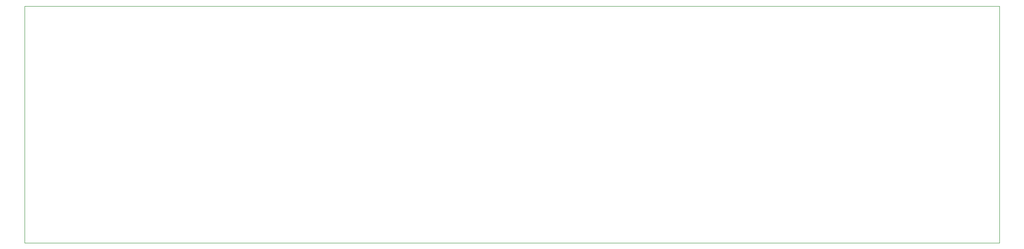
<source format=gm1>
G04 #@! TF.FileFunction,Profile,NP*
%FSLAX46Y46*%
G04 Gerber Fmt 4.6, Leading zero omitted, Abs format (unit mm)*
G04 Created by KiCad (PCBNEW 4.0.7) date Monday, 21 May 2018 'PMt' 08:13:31 PM*
%MOMM*%
%LPD*%
G01*
G04 APERTURE LIST*
%ADD10C,0.100000*%
G04 APERTURE END LIST*
D10*
X208280000Y-142240000D02*
X20320000Y-142240000D01*
X208280000Y-96520000D02*
X208280000Y-142240000D01*
X20320000Y-96520000D02*
X208280000Y-96520000D01*
X20320000Y-142240000D02*
X20320000Y-96520000D01*
M02*

</source>
